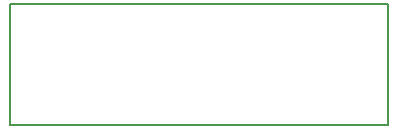
<source format=gm1>
G04 #@! TF.FileFunction,Profile,NP*
%FSLAX46Y46*%
G04 Gerber Fmt 4.6, Leading zero omitted, Abs format (unit mm)*
G04 Created by KiCad (PCBNEW 4.0.1-stable) date Sat 02 Jan 2016 05:35:57 PM EST*
%MOMM*%
G01*
G04 APERTURE LIST*
%ADD10C,0.100000*%
%ADD11C,0.150000*%
G04 APERTURE END LIST*
D10*
D11*
X133250000Y-99000000D02*
X165250000Y-99000000D01*
X133250000Y-99250000D02*
X133250000Y-99000000D01*
X133250000Y-109250000D02*
X133250000Y-99250000D01*
X165250000Y-109250000D02*
X133250000Y-109250000D01*
X165250000Y-99000000D02*
X165250000Y-109250000D01*
M02*

</source>
